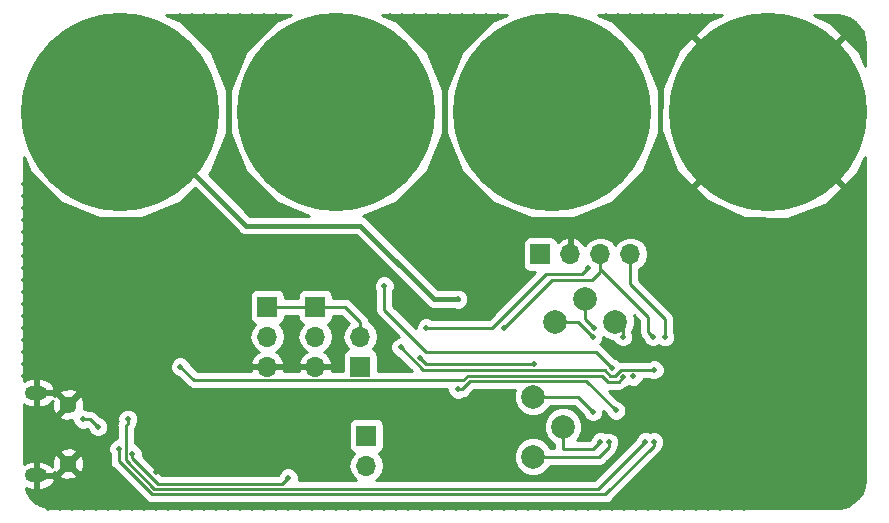
<source format=gbr>
G04 #@! TF.GenerationSoftware,KiCad,Pcbnew,(5.0.1-3-g963ef8bb5)*
G04 #@! TF.CreationDate,2018-11-12T01:28:12+01:00*
G04 #@! TF.ProjectId,MCUmeter,4D43556D657465722E6B696361645F70,rev?*
G04 #@! TF.SameCoordinates,Original*
G04 #@! TF.FileFunction,Copper,L2,Bot,Signal*
G04 #@! TF.FilePolarity,Positive*
%FSLAX46Y46*%
G04 Gerber Fmt 4.6, Leading zero omitted, Abs format (unit mm)*
G04 Created by KiCad (PCBNEW (5.0.1-3-g963ef8bb5)) date 2018 November 12, Monday 01:28:12*
%MOMM*%
%LPD*%
G01*
G04 APERTURE LIST*
G04 #@! TA.AperFunction,ComponentPad*
%ADD10O,1.700000X1.700000*%
G04 #@! TD*
G04 #@! TA.AperFunction,ComponentPad*
%ADD11R,1.700000X1.700000*%
G04 #@! TD*
G04 #@! TA.AperFunction,ComponentPad*
%ADD12C,16.800000*%
G04 #@! TD*
G04 #@! TA.AperFunction,ComponentPad*
%ADD13C,1.450000*%
G04 #@! TD*
G04 #@! TA.AperFunction,ComponentPad*
%ADD14O,1.900000X1.200000*%
G04 #@! TD*
G04 #@! TA.AperFunction,BGAPad,CuDef*
%ADD15C,2.000000*%
G04 #@! TD*
G04 #@! TA.AperFunction,ViaPad*
%ADD16C,0.500000*%
G04 #@! TD*
G04 #@! TA.AperFunction,Conductor*
%ADD17C,0.250000*%
G04 #@! TD*
G04 #@! TA.AperFunction,Conductor*
%ADD18C,0.400000*%
G04 #@! TD*
G04 #@! TA.AperFunction,Conductor*
%ADD19C,0.254000*%
G04 #@! TD*
G04 APERTURE END LIST*
D10*
G04 #@! TO.P,J6,3*
G04 #@! TO.N,GND*
X113030000Y-72390000D03*
G04 #@! TO.P,J6,2*
G04 #@! TO.N,Net-(J6-Pad2)*
X113030000Y-69850000D03*
D11*
G04 #@! TO.P,J6,1*
G04 #@! TO.N,+3V3*
X113030000Y-67310000D03*
G04 #@! TD*
G04 #@! TO.P,J5,1*
G04 #@! TO.N,+3V3*
X108966000Y-67310000D03*
D10*
G04 #@! TO.P,J5,2*
G04 #@! TO.N,Net-(J5-Pad2)*
X108966000Y-69850000D03*
G04 #@! TO.P,J5,3*
G04 #@! TO.N,GND*
X108966000Y-72390000D03*
G04 #@! TD*
D12*
G04 #@! TO.P,H1,1*
G04 #@! TO.N,/HIGH*
X96520000Y-50800000D03*
G04 #@! TD*
G04 #@! TO.P,H2,1*
G04 #@! TO.N,/IN+*
X114808000Y-50800000D03*
G04 #@! TD*
G04 #@! TO.P,H3,1*
G04 #@! TO.N,/IN-*
X133096000Y-50800000D03*
G04 #@! TD*
G04 #@! TO.P,H4,1*
G04 #@! TO.N,GND*
X151384000Y-50800000D03*
G04 #@! TD*
D11*
G04 #@! TO.P,J9,1*
G04 #@! TO.N,Net-(J9-Pad1)*
X117348000Y-78232000D03*
D10*
G04 #@! TO.P,J9,2*
G04 #@! TO.N,/VBUS*
X117348000Y-80772000D03*
G04 #@! TD*
D13*
G04 #@! TO.P,USB,6*
G04 #@! TO.N,GND*
X92108000Y-75605000D03*
X92108000Y-80605000D03*
D14*
X89408000Y-74605000D03*
X89408000Y-81605000D03*
G04 #@! TD*
D15*
G04 #@! TO.P,PA2,1*
G04 #@! TO.N,Net-(TP1-Pad1)*
X138430000Y-68580000D03*
G04 #@! TD*
G04 #@! TO.P,PA3,1*
G04 #@! TO.N,Net-(TP2-Pad1)*
X135890000Y-66675000D03*
G04 #@! TD*
G04 #@! TO.P,PA4,1*
G04 #@! TO.N,Net-(TP3-Pad1)*
X133350000Y-68580000D03*
G04 #@! TD*
G04 #@! TO.P,PA5,1*
G04 #@! TO.N,Net-(TP4-Pad1)*
X131445000Y-74930000D03*
G04 #@! TD*
G04 #@! TO.P,PA6,1*
G04 #@! TO.N,Net-(TP5-Pad1)*
X133985000Y-77470000D03*
G04 #@! TD*
G04 #@! TO.P,PA7,1*
G04 #@! TO.N,Net-(TP6-Pad1)*
X131445000Y-80010000D03*
G04 #@! TD*
D11*
G04 #@! TO.P,DISPLAY,1*
G04 #@! TO.N,+3V3*
X132080000Y-62865000D03*
D10*
G04 #@! TO.P,DISPLAY,2*
G04 #@! TO.N,GND*
X134620000Y-62865000D03*
G04 #@! TO.P,DISPLAY,3*
G04 #@! TO.N,/SCL*
X137160000Y-62865000D03*
G04 #@! TO.P,DISPLAY,4*
G04 #@! TO.N,/SDA*
X139700000Y-62865000D03*
G04 #@! TD*
D11*
G04 #@! TO.P,BOOT,1*
G04 #@! TO.N,Net-(J3-Pad1)*
X116840000Y-72390000D03*
D10*
G04 #@! TO.P,BOOT,2*
G04 #@! TO.N,+3V3*
X116840000Y-69850000D03*
G04 #@! TD*
D16*
G04 #@! TO.N,GND*
X139065000Y-78740000D03*
X100330000Y-77470000D03*
X123190000Y-68158000D03*
X123825000Y-68158000D03*
X124460000Y-68158000D03*
X125095000Y-68158000D03*
X125730000Y-68158000D03*
X112776008Y-79756000D03*
X159512000Y-59944000D03*
X159512000Y-60960000D03*
X159512000Y-61976000D03*
X159512000Y-62992000D03*
X159512000Y-64008000D03*
X159512000Y-65024000D03*
X159512000Y-66040000D03*
X159512000Y-67056000D03*
X159512000Y-68072000D03*
X159512000Y-69088000D03*
X159512000Y-70104000D03*
X159512000Y-71120000D03*
X159512000Y-72136000D03*
X159512000Y-73152000D03*
X159512000Y-74168000D03*
X159512000Y-75184000D03*
X159512000Y-58928000D03*
X149352000Y-84328000D03*
X146304000Y-84328000D03*
X143256000Y-84328000D03*
X140208000Y-84328000D03*
X137160000Y-84328000D03*
X134112000Y-84328000D03*
X131064000Y-84328000D03*
X128016000Y-84328000D03*
X124968000Y-84328000D03*
X121920000Y-84328000D03*
X118872000Y-84328000D03*
X115824000Y-84328000D03*
X112776000Y-84328000D03*
X110744000Y-84328000D03*
X107696000Y-84328000D03*
X104648000Y-84328000D03*
X101600000Y-84328000D03*
X98552000Y-84328000D03*
X95504000Y-84328000D03*
X92456000Y-84328000D03*
X89408000Y-83820000D03*
X88392000Y-73152000D03*
X88392000Y-72136000D03*
X88392000Y-71120000D03*
X88392000Y-70104000D03*
X88392000Y-69088000D03*
X88392000Y-68072000D03*
X88392000Y-67056000D03*
X88392000Y-66040000D03*
X88392000Y-65024000D03*
X88392000Y-64008000D03*
X88392000Y-62992000D03*
X88392000Y-61976000D03*
X88392000Y-60960000D03*
X88392000Y-59944000D03*
X88392000Y-58928000D03*
X88392000Y-57912000D03*
X88392000Y-56896000D03*
X111760000Y-84328000D03*
X113792000Y-84328000D03*
X114808000Y-84328000D03*
X148336000Y-84328000D03*
X147320000Y-84328000D03*
X145288000Y-84328000D03*
X144272000Y-84328000D03*
X142240000Y-84328000D03*
X141224000Y-84328000D03*
X139192000Y-84328000D03*
X138176000Y-84328000D03*
X136144000Y-84328000D03*
X135128000Y-84328000D03*
X133096000Y-84328000D03*
X132080000Y-84328000D03*
X130048000Y-84328000D03*
X129032000Y-84328000D03*
X127000000Y-84328000D03*
X125984000Y-84328000D03*
X123952000Y-84328000D03*
X122936000Y-84328000D03*
X120904000Y-84328000D03*
X119888000Y-84328000D03*
X117856000Y-84328000D03*
X116840000Y-84328000D03*
X109728000Y-84328000D03*
X108712000Y-84328000D03*
X106680000Y-84328000D03*
X105664000Y-84328000D03*
X103632000Y-84328000D03*
X102616000Y-84328000D03*
X100584000Y-84328000D03*
X99568000Y-84328000D03*
X97536000Y-84328000D03*
X96520000Y-84328000D03*
X94488000Y-84328000D03*
X93472000Y-84328000D03*
X91440000Y-84328000D03*
X90424000Y-84328000D03*
X120396000Y-81280000D03*
X121412000Y-81280000D03*
X122428000Y-81280000D03*
X123444000Y-81280000D03*
X124460000Y-81280000D03*
X125476000Y-81280000D03*
X126492000Y-81280000D03*
X127508000Y-81280000D03*
X128524000Y-81280000D03*
X99568000Y-81280000D03*
X107696000Y-81466990D03*
X108712000Y-81466990D03*
X101600000Y-81466990D03*
X109728000Y-81466990D03*
X105664000Y-81466990D03*
X103632000Y-81466990D03*
X104648000Y-81466990D03*
X102616000Y-81466990D03*
X106680000Y-81466990D03*
X100584000Y-81466990D03*
X159512000Y-57912000D03*
X101600000Y-42672000D03*
X102616000Y-42672000D03*
X103632000Y-42672000D03*
X104648000Y-42672000D03*
X105664000Y-42672000D03*
X106680000Y-42672000D03*
X107696000Y-42672000D03*
X108712000Y-42672000D03*
X109728000Y-42672000D03*
X119380000Y-42672000D03*
X120396000Y-42672000D03*
X121412000Y-42672000D03*
X122428000Y-42672000D03*
X123444000Y-42672000D03*
X124460000Y-42672000D03*
X125476000Y-42672000D03*
X126492000Y-42672000D03*
X127508000Y-42672000D03*
X128524000Y-42672000D03*
X137668000Y-42672000D03*
X138684000Y-42672000D03*
X139700000Y-42672000D03*
X140716000Y-42672000D03*
X141732000Y-42672000D03*
X142748000Y-42672000D03*
X143764000Y-42672000D03*
X144780000Y-42672000D03*
X145796000Y-42672000D03*
X146812000Y-42672000D03*
X105156000Y-62484000D03*
X106172000Y-62484000D03*
X107188000Y-62484000D03*
X108204000Y-62484000D03*
X109220000Y-62484000D03*
X110236000Y-62484000D03*
X111252000Y-62484000D03*
X112268000Y-62484000D03*
X113284000Y-62484000D03*
X114300000Y-62484000D03*
G04 #@! TO.N,/VBUS*
X94615000Y-77470000D03*
X93345000Y-76835000D03*
X110744000Y-81788000D03*
X97536000Y-79755998D03*
G04 #@! TO.N,+3V3*
X139959043Y-73219010D03*
X121920000Y-71628000D03*
X131572000Y-72129957D03*
G04 #@! TO.N,/HIGH*
X125095000Y-66675000D03*
G04 #@! TO.N,Net-(D1-Pad2)*
X138176000Y-72520002D03*
X118872000Y-65532000D03*
G04 #@! TO.N,/SCL*
X141605000Y-69850000D03*
X129032000Y-69088000D03*
G04 #@! TO.N,/SDA*
X142622986Y-69857333D03*
X122428000Y-69088000D03*
X136144000Y-64007990D03*
G04 #@! TO.N,Net-(J3-Pad1)*
X141732000Y-72644000D03*
X120243406Y-70764594D03*
G04 #@! TO.N,/USB_DM*
X140970000Y-78740000D03*
X97155000Y-76835000D03*
G04 #@! TO.N,/USB_DP*
X141670013Y-78740000D03*
X96385989Y-79339943D03*
G04 #@! TO.N,Net-(SW1-Pad1)*
X101600000Y-72390000D03*
X139062641Y-73297552D03*
G04 #@! TO.N,Net-(TP1-Pad1)*
X139065000Y-69850000D03*
G04 #@! TO.N,Net-(TP2-Pad1)*
X136581587Y-69093400D03*
G04 #@! TO.N,Net-(TP3-Pad1)*
X136525000Y-69850000D03*
G04 #@! TO.N,Net-(TP4-Pad1)*
X136525000Y-76200000D03*
G04 #@! TO.N,Net-(TP5-Pad1)*
X137160000Y-78740000D03*
G04 #@! TO.N,Net-(TP6-Pad1)*
X137892478Y-78809815D03*
G04 #@! TO.N,/ALERT*
X138469370Y-76103088D03*
X125095000Y-74295000D03*
G04 #@! TD*
D17*
G04 #@! TO.N,/VBUS*
X93980000Y-76835000D02*
X93345000Y-76835000D01*
X94615000Y-77470000D02*
X93980000Y-76835000D01*
X110236000Y-82296000D02*
X99722449Y-82296000D01*
X99722449Y-82296000D02*
X97536000Y-80109551D01*
X97536000Y-80109551D02*
X97536000Y-79755998D01*
X110744000Y-81788000D02*
X110236000Y-82296000D01*
G04 #@! TO.N,+3V3*
X122421957Y-72129957D02*
X131572000Y-72129957D01*
X121920000Y-71628000D02*
X122421957Y-72129957D01*
X114130000Y-67310000D02*
X113030000Y-67310000D01*
X115502081Y-67310000D02*
X114130000Y-67310000D01*
X116840000Y-68647919D02*
X115502081Y-67310000D01*
X116840000Y-69850000D02*
X116840000Y-68647919D01*
X113030000Y-67310000D02*
X108966000Y-67310000D01*
D18*
G04 #@! TO.N,/HIGH*
X125095000Y-66675000D02*
X123063000Y-66675000D01*
X97536000Y-50800000D02*
X96520000Y-50800000D01*
X107188000Y-60452000D02*
X97536000Y-50800000D01*
X116840000Y-60452000D02*
X107188000Y-60452000D01*
X123063000Y-66675000D02*
X116840000Y-60452000D01*
D17*
G04 #@! TO.N,Net-(D1-Pad2)*
X118872000Y-67564000D02*
X118872000Y-65885553D01*
X122428000Y-71120000D02*
X118872000Y-67564000D01*
X118872000Y-65885553D02*
X118872000Y-65532000D01*
X136775998Y-71120000D02*
X122428000Y-71120000D01*
X138176000Y-72520002D02*
X136775998Y-71120000D01*
G04 #@! TO.N,/SCL*
X141205001Y-68180001D02*
X141205001Y-69450001D01*
X137160000Y-64135000D02*
X141205001Y-68180001D01*
X141205001Y-69450001D02*
X141605000Y-69850000D01*
X137160000Y-62865000D02*
X137160000Y-64135000D01*
X136420001Y-65091001D02*
X133028999Y-65091001D01*
X137160000Y-64351002D02*
X136420001Y-65091001D01*
X133028999Y-65091001D02*
X129032000Y-69088000D01*
X137160000Y-62865000D02*
X137160000Y-64351002D01*
G04 #@! TO.N,/SDA*
X142622986Y-68327986D02*
X142622986Y-69857333D01*
X139700000Y-65405000D02*
X142622986Y-68327986D01*
X139700000Y-62865000D02*
X139700000Y-65405000D01*
X122428000Y-69088000D02*
X128016000Y-69088000D01*
X135894001Y-64257989D02*
X136144000Y-64007990D01*
X128016000Y-69088000D02*
X132588000Y-64516000D01*
X132588000Y-64516000D02*
X135635990Y-64516000D01*
X135635990Y-64516000D02*
X135894001Y-64257989D01*
G04 #@! TO.N,Net-(J3-Pad1)*
X137509972Y-72704977D02*
X122183789Y-72704977D01*
X122183789Y-72704977D02*
X120243406Y-70764594D01*
X141732000Y-72644000D02*
X138903006Y-72644000D01*
X138395006Y-73152000D02*
X137956995Y-73152000D01*
X137956995Y-73152000D02*
X137509972Y-72704977D01*
X138903006Y-72644000D02*
X138395006Y-73152000D01*
G04 #@! TO.N,/USB_DM*
X97155000Y-77188553D02*
X97155000Y-76835000D01*
X99381600Y-82746011D02*
X96960992Y-80325403D01*
X136963989Y-82746011D02*
X99381600Y-82746011D01*
X140970000Y-78740000D02*
X136963989Y-82746011D01*
X96960992Y-77382561D02*
X97155000Y-77188553D01*
X96960992Y-80325403D02*
X96960992Y-77382561D01*
G04 #@! TO.N,/USB_DP*
X137567544Y-83196022D02*
X99195200Y-83196022D01*
X141670013Y-79093553D02*
X137567544Y-83196022D01*
X96385989Y-80386811D02*
X96385989Y-79339943D01*
X141670013Y-78740000D02*
X141670013Y-79093553D01*
X99195200Y-83196022D02*
X96385989Y-80386811D01*
G04 #@! TO.N,Net-(SW1-Pad1)*
X137323572Y-73154988D02*
X137828584Y-73660000D01*
X137828584Y-73660000D02*
X138700193Y-73660000D01*
X101600000Y-72390000D02*
X102775001Y-73565001D01*
X138700193Y-73660000D02*
X139062641Y-73297552D01*
X102775001Y-73565001D02*
X125542141Y-73565001D01*
X125542141Y-73565001D02*
X125952155Y-73154988D01*
X125952155Y-73154988D02*
X137323572Y-73154988D01*
G04 #@! TO.N,Net-(TP1-Pad1)*
X139065000Y-69215000D02*
X138430000Y-68580000D01*
X139065000Y-69850000D02*
X139065000Y-69215000D01*
G04 #@! TO.N,Net-(TP2-Pad1)*
X135890000Y-68401813D02*
X136581587Y-69093400D01*
X135890000Y-66675000D02*
X135890000Y-68401813D01*
G04 #@! TO.N,Net-(TP3-Pad1)*
X135255000Y-68580000D02*
X133350000Y-68580000D01*
X136525000Y-69850000D02*
X135255000Y-68580000D01*
G04 #@! TO.N,Net-(TP4-Pad1)*
X135255000Y-74930000D02*
X131445000Y-74930000D01*
X136525000Y-76200000D02*
X135255000Y-74930000D01*
G04 #@! TO.N,Net-(TP5-Pad1)*
X133985000Y-79375000D02*
X133985000Y-77470000D01*
X136525000Y-79375000D02*
X133985000Y-79375000D01*
X137160000Y-78740000D02*
X136525000Y-79375000D01*
G04 #@! TO.N,Net-(TP6-Pad1)*
X137045846Y-80010000D02*
X137892478Y-79163368D01*
X131445000Y-80010000D02*
X137045846Y-80010000D01*
X137892478Y-79163368D02*
X137892478Y-78809815D01*
G04 #@! TO.N,/ALERT*
X126138555Y-73604999D02*
X125448553Y-74295000D01*
X125448553Y-74295000D02*
X125095000Y-74295000D01*
X138469370Y-76103088D02*
X135971281Y-73604999D01*
X135971281Y-73604999D02*
X126138555Y-73604999D01*
G04 #@! TD*
D19*
G04 #@! TO.N,GND*
G36*
X127978084Y-43140497D02*
X125436497Y-45682084D01*
X124061000Y-49002827D01*
X124061000Y-52597173D01*
X125436497Y-55917916D01*
X127978084Y-58459503D01*
X131298827Y-59835000D01*
X134893173Y-59835000D01*
X138213916Y-58459503D01*
X139382628Y-57290791D01*
X145072814Y-57290791D01*
X146072578Y-58326611D01*
X149357195Y-59786274D01*
X152950374Y-59877859D01*
X156305088Y-58587423D01*
X156695422Y-58326611D01*
X157695186Y-57290791D01*
X151384000Y-50979605D01*
X145072814Y-57290791D01*
X139382628Y-57290791D01*
X140755503Y-55917916D01*
X142131000Y-52597173D01*
X142131000Y-52366374D01*
X142306141Y-52366374D01*
X143596577Y-55721088D01*
X143857389Y-56111422D01*
X144893209Y-57111186D01*
X151204395Y-50800000D01*
X144893209Y-44488814D01*
X143857389Y-45488578D01*
X142397726Y-48773195D01*
X142306141Y-52366374D01*
X142131000Y-52366374D01*
X142131000Y-49002827D01*
X140755503Y-45682084D01*
X138213916Y-43140497D01*
X136957325Y-42620000D01*
X147483485Y-42620000D01*
X146462912Y-43012577D01*
X146072578Y-43273389D01*
X145072814Y-44309209D01*
X151384000Y-50620395D01*
X157695186Y-44309209D01*
X156695422Y-43273389D01*
X155225129Y-42620000D01*
X157172052Y-42620000D01*
X157740253Y-42706851D01*
X158251198Y-42908022D01*
X158704868Y-43217385D01*
X159078729Y-43619576D01*
X159354194Y-44094598D01*
X159521467Y-44631340D01*
X159564000Y-44998941D01*
X159564000Y-46899485D01*
X159171423Y-45878912D01*
X158910611Y-45488578D01*
X157874791Y-44488814D01*
X151563605Y-50800000D01*
X157874791Y-57111186D01*
X158910611Y-56111422D01*
X159564000Y-54641128D01*
X159564001Y-81988046D01*
X159477149Y-82556253D01*
X159275980Y-83067194D01*
X158966614Y-83520868D01*
X158564424Y-83894729D01*
X158089401Y-84170195D01*
X157552660Y-84337467D01*
X157185059Y-84380000D01*
X90844693Y-84380000D01*
X90259870Y-84314401D01*
X89741835Y-84134003D01*
X89276636Y-83843315D01*
X88887403Y-83456790D01*
X88593475Y-82993633D01*
X88490444Y-82704287D01*
X88931000Y-82840000D01*
X89281000Y-82840000D01*
X89281000Y-81732000D01*
X89535000Y-81732000D01*
X89535000Y-82840000D01*
X89885000Y-82840000D01*
X90347947Y-82697390D01*
X90721080Y-82388474D01*
X90947592Y-81960281D01*
X90951462Y-81922609D01*
X90826731Y-81732000D01*
X89535000Y-81732000D01*
X89281000Y-81732000D01*
X89261000Y-81732000D01*
X89261000Y-81558398D01*
X91334207Y-81558398D01*
X91399122Y-81796753D01*
X91909146Y-81977312D01*
X92449444Y-81948949D01*
X92816878Y-81796753D01*
X92881793Y-81558398D01*
X92108000Y-80784605D01*
X91334207Y-81558398D01*
X89261000Y-81558398D01*
X89261000Y-81478000D01*
X89281000Y-81478000D01*
X89281000Y-80370000D01*
X89535000Y-80370000D01*
X89535000Y-81478000D01*
X90826731Y-81478000D01*
X90931424Y-81318012D01*
X91154602Y-81378793D01*
X91928395Y-80605000D01*
X92287605Y-80605000D01*
X93061398Y-81378793D01*
X93299753Y-81313878D01*
X93480312Y-80803854D01*
X93451949Y-80263556D01*
X93299753Y-79896122D01*
X93061398Y-79831207D01*
X92287605Y-80605000D01*
X91928395Y-80605000D01*
X91154602Y-79831207D01*
X90916247Y-79896122D01*
X90735688Y-80406146D01*
X90761505Y-80897945D01*
X90721080Y-80821526D01*
X90347947Y-80512610D01*
X89885000Y-80370000D01*
X89535000Y-80370000D01*
X89281000Y-80370000D01*
X88931000Y-80370000D01*
X88468053Y-80512610D01*
X88340000Y-80618625D01*
X88340000Y-79651602D01*
X91334207Y-79651602D01*
X92108000Y-80425395D01*
X92881793Y-79651602D01*
X92816878Y-79413247D01*
X92306854Y-79232688D01*
X91766556Y-79261051D01*
X91399122Y-79413247D01*
X91334207Y-79651602D01*
X88340000Y-79651602D01*
X88340000Y-79163906D01*
X95500989Y-79163906D01*
X95500989Y-79515980D01*
X95625990Y-79817759D01*
X95625989Y-80311963D01*
X95611101Y-80386811D01*
X95625989Y-80461658D01*
X95625989Y-80461662D01*
X95670085Y-80683347D01*
X95838060Y-80934740D01*
X95901519Y-80977142D01*
X98604873Y-83680498D01*
X98647271Y-83743951D01*
X98710724Y-83786349D01*
X98710726Y-83786351D01*
X98776429Y-83830252D01*
X98898663Y-83911926D01*
X99120348Y-83956022D01*
X99120352Y-83956022D01*
X99195199Y-83970910D01*
X99270046Y-83956022D01*
X137492697Y-83956022D01*
X137567544Y-83970910D01*
X137642391Y-83956022D01*
X137642396Y-83956022D01*
X137864081Y-83911926D01*
X138115473Y-83743951D01*
X138157875Y-83680492D01*
X142154489Y-79683880D01*
X142217942Y-79641482D01*
X142260340Y-79578029D01*
X142260342Y-79578027D01*
X142370444Y-79413247D01*
X142385917Y-79390090D01*
X142414327Y-79247265D01*
X142420280Y-79241312D01*
X142555013Y-78916037D01*
X142555013Y-78563963D01*
X142420280Y-78238688D01*
X142171325Y-77989733D01*
X141846050Y-77855000D01*
X141493976Y-77855000D01*
X141320007Y-77927060D01*
X141146037Y-77855000D01*
X140793963Y-77855000D01*
X140468688Y-77989733D01*
X140219733Y-78238688D01*
X140094733Y-78540465D01*
X136649188Y-81986011D01*
X118204033Y-81986011D01*
X118418625Y-81842625D01*
X118746839Y-81351418D01*
X118862092Y-80772000D01*
X118746839Y-80192582D01*
X118418625Y-79701375D01*
X118400381Y-79689184D01*
X118422532Y-79684778D01*
X129810000Y-79684778D01*
X129810000Y-80335222D01*
X130058914Y-80936153D01*
X130518847Y-81396086D01*
X131119778Y-81645000D01*
X131770222Y-81645000D01*
X132371153Y-81396086D01*
X132831086Y-80936153D01*
X132899909Y-80770000D01*
X136970999Y-80770000D01*
X137045846Y-80784888D01*
X137120693Y-80770000D01*
X137120698Y-80770000D01*
X137342383Y-80725904D01*
X137593775Y-80557929D01*
X137636177Y-80494471D01*
X138376954Y-79753695D01*
X138440407Y-79711297D01*
X138482805Y-79647844D01*
X138482807Y-79647842D01*
X138588095Y-79490267D01*
X138608382Y-79459905D01*
X138636792Y-79317080D01*
X138642745Y-79311127D01*
X138777478Y-78985852D01*
X138777478Y-78633778D01*
X138642745Y-78308503D01*
X138393790Y-78059548D01*
X138068515Y-77924815D01*
X137716441Y-77924815D01*
X137610513Y-77968692D01*
X137336037Y-77855000D01*
X136983963Y-77855000D01*
X136658688Y-77989733D01*
X136409733Y-78238688D01*
X136284733Y-78540466D01*
X136210199Y-78615000D01*
X135152239Y-78615000D01*
X135371086Y-78396153D01*
X135620000Y-77795222D01*
X135620000Y-77144778D01*
X135371086Y-76543847D01*
X134911153Y-76083914D01*
X134310222Y-75835000D01*
X133659778Y-75835000D01*
X133058847Y-76083914D01*
X132598914Y-76543847D01*
X132350000Y-77144778D01*
X132350000Y-77795222D01*
X132598914Y-78396153D01*
X133058847Y-78856086D01*
X133225000Y-78924909D01*
X133225000Y-79250000D01*
X132899909Y-79250000D01*
X132831086Y-79083847D01*
X132371153Y-78623914D01*
X131770222Y-78375000D01*
X131119778Y-78375000D01*
X130518847Y-78623914D01*
X130058914Y-79083847D01*
X129810000Y-79684778D01*
X118422532Y-79684778D01*
X118445765Y-79680157D01*
X118655809Y-79539809D01*
X118796157Y-79329765D01*
X118845440Y-79082000D01*
X118845440Y-77382000D01*
X118796157Y-77134235D01*
X118655809Y-76924191D01*
X118445765Y-76783843D01*
X118198000Y-76734560D01*
X116498000Y-76734560D01*
X116250235Y-76783843D01*
X116040191Y-76924191D01*
X115899843Y-77134235D01*
X115850560Y-77382000D01*
X115850560Y-79082000D01*
X115899843Y-79329765D01*
X116040191Y-79539809D01*
X116250235Y-79680157D01*
X116295619Y-79689184D01*
X116277375Y-79701375D01*
X115949161Y-80192582D01*
X115833908Y-80772000D01*
X115949161Y-81351418D01*
X116277375Y-81842625D01*
X116491967Y-81986011D01*
X111619898Y-81986011D01*
X111629000Y-81964037D01*
X111629000Y-81611963D01*
X111494267Y-81286688D01*
X111245312Y-81037733D01*
X110920037Y-80903000D01*
X110567963Y-80903000D01*
X110242688Y-81037733D01*
X109993733Y-81286688D01*
X109890465Y-81536000D01*
X100037251Y-81536000D01*
X98421000Y-79919750D01*
X98421000Y-79579961D01*
X98286267Y-79254686D01*
X98037312Y-79005731D01*
X97720992Y-78874707D01*
X97720992Y-77709449D01*
X97870904Y-77485090D01*
X97899314Y-77342265D01*
X97905267Y-77336312D01*
X98040000Y-77011037D01*
X98040000Y-76658963D01*
X97905267Y-76333688D01*
X97656312Y-76084733D01*
X97331037Y-75950000D01*
X96978963Y-75950000D01*
X96653688Y-76084733D01*
X96404733Y-76333688D01*
X96270000Y-76658963D01*
X96270000Y-77011037D01*
X96279641Y-77034313D01*
X96245089Y-77086024D01*
X96186104Y-77382561D01*
X96200993Y-77457413D01*
X96200993Y-78458654D01*
X95884677Y-78589676D01*
X95635722Y-78838631D01*
X95500989Y-79163906D01*
X88340000Y-79163906D01*
X88340000Y-76558398D01*
X91334207Y-76558398D01*
X91399122Y-76796753D01*
X91909146Y-76977312D01*
X92449444Y-76948949D01*
X92460000Y-76944577D01*
X92460000Y-77011037D01*
X92594733Y-77336312D01*
X92843688Y-77585267D01*
X93168963Y-77720000D01*
X93521037Y-77720000D01*
X93711363Y-77641165D01*
X93739733Y-77669534D01*
X93864733Y-77971312D01*
X94113688Y-78220267D01*
X94438963Y-78355000D01*
X94791037Y-78355000D01*
X95116312Y-78220267D01*
X95365267Y-77971312D01*
X95500000Y-77646037D01*
X95500000Y-77293963D01*
X95365267Y-76968688D01*
X95116312Y-76719733D01*
X94814534Y-76594733D01*
X94570331Y-76350530D01*
X94527929Y-76287071D01*
X94276537Y-76119096D01*
X94054852Y-76075000D01*
X94054847Y-76075000D01*
X93980000Y-76060112D01*
X93905153Y-76075000D01*
X93822814Y-76075000D01*
X93521037Y-75950000D01*
X93428573Y-75950000D01*
X93480312Y-75803854D01*
X93451949Y-75263556D01*
X93299753Y-74896122D01*
X93061398Y-74831207D01*
X92287605Y-75605000D01*
X92301748Y-75619143D01*
X92122143Y-75798748D01*
X92108000Y-75784605D01*
X91334207Y-76558398D01*
X88340000Y-76558398D01*
X88340000Y-75591375D01*
X88468053Y-75697390D01*
X88931000Y-75840000D01*
X89281000Y-75840000D01*
X89281000Y-74732000D01*
X89535000Y-74732000D01*
X89535000Y-75840000D01*
X89885000Y-75840000D01*
X90347947Y-75697390D01*
X90721080Y-75388474D01*
X90784158Y-75269232D01*
X90735688Y-75406146D01*
X90764051Y-75946444D01*
X90916247Y-76313878D01*
X91154602Y-76378793D01*
X91928395Y-75605000D01*
X91154602Y-74831207D01*
X90931424Y-74891988D01*
X90826731Y-74732000D01*
X89535000Y-74732000D01*
X89281000Y-74732000D01*
X89261000Y-74732000D01*
X89261000Y-74651602D01*
X91334207Y-74651602D01*
X92108000Y-75425395D01*
X92881793Y-74651602D01*
X92816878Y-74413247D01*
X92306854Y-74232688D01*
X91766556Y-74261051D01*
X91399122Y-74413247D01*
X91334207Y-74651602D01*
X89261000Y-74651602D01*
X89261000Y-74478000D01*
X89281000Y-74478000D01*
X89281000Y-73370000D01*
X89535000Y-73370000D01*
X89535000Y-74478000D01*
X90826731Y-74478000D01*
X90951462Y-74287391D01*
X90947592Y-74249719D01*
X90721080Y-73821526D01*
X90347947Y-73512610D01*
X89885000Y-73370000D01*
X89535000Y-73370000D01*
X89281000Y-73370000D01*
X88931000Y-73370000D01*
X88468053Y-73512610D01*
X88340000Y-73618625D01*
X88340000Y-72213963D01*
X100715000Y-72213963D01*
X100715000Y-72566037D01*
X100849733Y-72891312D01*
X101098688Y-73140267D01*
X101400465Y-73265267D01*
X102184674Y-74049477D01*
X102227072Y-74112930D01*
X102290525Y-74155328D01*
X102290527Y-74155330D01*
X102378477Y-74214096D01*
X102478464Y-74280905D01*
X102700149Y-74325001D01*
X102700153Y-74325001D01*
X102775000Y-74339889D01*
X102849847Y-74325001D01*
X124210000Y-74325001D01*
X124210000Y-74471037D01*
X124344733Y-74796312D01*
X124593688Y-75045267D01*
X124918963Y-75180000D01*
X125271037Y-75180000D01*
X125596312Y-75045267D01*
X125602265Y-75039314D01*
X125745090Y-75010904D01*
X125996482Y-74842929D01*
X126038883Y-74779471D01*
X126453356Y-74364999D01*
X129909320Y-74364999D01*
X129810000Y-74604778D01*
X129810000Y-75255222D01*
X130058914Y-75856153D01*
X130518847Y-76316086D01*
X131119778Y-76565000D01*
X131770222Y-76565000D01*
X132371153Y-76316086D01*
X132831086Y-75856153D01*
X132899909Y-75690000D01*
X134940199Y-75690000D01*
X135649733Y-76399535D01*
X135774733Y-76701312D01*
X136023688Y-76950267D01*
X136348963Y-77085000D01*
X136701037Y-77085000D01*
X137026312Y-76950267D01*
X137275267Y-76701312D01*
X137410000Y-76376037D01*
X137410000Y-76118521D01*
X137594104Y-76302624D01*
X137719103Y-76604400D01*
X137968058Y-76853355D01*
X138293333Y-76988088D01*
X138645407Y-76988088D01*
X138970682Y-76853355D01*
X139219637Y-76604400D01*
X139354370Y-76279125D01*
X139354370Y-75927051D01*
X139219637Y-75601776D01*
X138970682Y-75352821D01*
X138668906Y-75227822D01*
X137868110Y-74427026D01*
X137903432Y-74420000D01*
X138625346Y-74420000D01*
X138700193Y-74434888D01*
X138775040Y-74420000D01*
X138775045Y-74420000D01*
X138996730Y-74375904D01*
X139248122Y-74207929D01*
X139275181Y-74167432D01*
X139563953Y-74047819D01*
X139588379Y-74023393D01*
X139783006Y-74104010D01*
X140135080Y-74104010D01*
X140460355Y-73969277D01*
X140709310Y-73720322D01*
X140840335Y-73404000D01*
X141254186Y-73404000D01*
X141555963Y-73529000D01*
X141908037Y-73529000D01*
X142233312Y-73394267D01*
X142482267Y-73145312D01*
X142617000Y-72820037D01*
X142617000Y-72467963D01*
X142482267Y-72142688D01*
X142233312Y-71893733D01*
X141908037Y-71759000D01*
X141555963Y-71759000D01*
X141254186Y-71884000D01*
X138977852Y-71884000D01*
X138903005Y-71869112D01*
X138828158Y-71884000D01*
X138828154Y-71884000D01*
X138797646Y-71890069D01*
X138677312Y-71769735D01*
X138375535Y-71644735D01*
X137366329Y-70635530D01*
X137323927Y-70572071D01*
X137162422Y-70464157D01*
X137275267Y-70351312D01*
X137410000Y-70026037D01*
X137410000Y-69872239D01*
X137503847Y-69966086D01*
X138104778Y-70215000D01*
X138258271Y-70215000D01*
X138314733Y-70351312D01*
X138563688Y-70600267D01*
X138888963Y-70735000D01*
X139241037Y-70735000D01*
X139566312Y-70600267D01*
X139815267Y-70351312D01*
X139950000Y-70026037D01*
X139950000Y-69673963D01*
X139848289Y-69428409D01*
X140065000Y-68905222D01*
X140065000Y-68254778D01*
X139966022Y-68015824D01*
X140445001Y-68494803D01*
X140445002Y-69375150D01*
X140430113Y-69450001D01*
X140489098Y-69746538D01*
X140613144Y-69932185D01*
X140657073Y-69997930D01*
X140720529Y-70040330D01*
X140729733Y-70049534D01*
X140854733Y-70351312D01*
X141103688Y-70600267D01*
X141428963Y-70735000D01*
X141781037Y-70735000D01*
X142106312Y-70600267D01*
X142110327Y-70596253D01*
X142121674Y-70607600D01*
X142446949Y-70742333D01*
X142799023Y-70742333D01*
X143124298Y-70607600D01*
X143373253Y-70358645D01*
X143507986Y-70033370D01*
X143507986Y-69681296D01*
X143382986Y-69379519D01*
X143382986Y-68402832D01*
X143397874Y-68327985D01*
X143382986Y-68253138D01*
X143382986Y-68253134D01*
X143338890Y-68031449D01*
X143272450Y-67932015D01*
X143213315Y-67843512D01*
X143213313Y-67843510D01*
X143170915Y-67780057D01*
X143107462Y-67737659D01*
X140460000Y-65090199D01*
X140460000Y-64143178D01*
X140770625Y-63935625D01*
X141098839Y-63444418D01*
X141214092Y-62865000D01*
X141098839Y-62285582D01*
X140770625Y-61794375D01*
X140279418Y-61466161D01*
X139846256Y-61380000D01*
X139553744Y-61380000D01*
X139120582Y-61466161D01*
X138629375Y-61794375D01*
X138430000Y-62092761D01*
X138230625Y-61794375D01*
X137739418Y-61466161D01*
X137306256Y-61380000D01*
X137013744Y-61380000D01*
X136580582Y-61466161D01*
X136089375Y-61794375D01*
X135876157Y-62113478D01*
X135815183Y-61983642D01*
X135386924Y-61593355D01*
X134976890Y-61423524D01*
X134747000Y-61544845D01*
X134747000Y-62738000D01*
X134767000Y-62738000D01*
X134767000Y-62992000D01*
X134747000Y-62992000D01*
X134747000Y-63012000D01*
X134493000Y-63012000D01*
X134493000Y-62992000D01*
X134473000Y-62992000D01*
X134473000Y-62738000D01*
X134493000Y-62738000D01*
X134493000Y-61544845D01*
X134263110Y-61423524D01*
X133853076Y-61593355D01*
X133548739Y-61870708D01*
X133528157Y-61767235D01*
X133387809Y-61557191D01*
X133177765Y-61416843D01*
X132930000Y-61367560D01*
X131230000Y-61367560D01*
X130982235Y-61416843D01*
X130772191Y-61557191D01*
X130631843Y-61767235D01*
X130582560Y-62015000D01*
X130582560Y-63715000D01*
X130631843Y-63962765D01*
X130772191Y-64172809D01*
X130982235Y-64313157D01*
X131230000Y-64362440D01*
X131666757Y-64362440D01*
X127701199Y-68328000D01*
X122905814Y-68328000D01*
X122604037Y-68203000D01*
X122251963Y-68203000D01*
X121926688Y-68337733D01*
X121677733Y-68586688D01*
X121543000Y-68911963D01*
X121543000Y-69160198D01*
X119632000Y-67249199D01*
X119632000Y-66009814D01*
X119757000Y-65708037D01*
X119757000Y-65355963D01*
X119622267Y-65030688D01*
X119373312Y-64781733D01*
X119048037Y-64647000D01*
X118695963Y-64647000D01*
X118370688Y-64781733D01*
X118121733Y-65030688D01*
X117987000Y-65355963D01*
X117987000Y-65708037D01*
X118112001Y-66009817D01*
X118112000Y-67489153D01*
X118097112Y-67564000D01*
X118112000Y-67638847D01*
X118112000Y-67638851D01*
X118156096Y-67860536D01*
X118324071Y-68111929D01*
X118387530Y-68154331D01*
X120112792Y-69879594D01*
X120067369Y-69879594D01*
X119742094Y-70014327D01*
X119493139Y-70263282D01*
X119358406Y-70588557D01*
X119358406Y-70940631D01*
X119493139Y-71265906D01*
X119742094Y-71514861D01*
X120043872Y-71639861D01*
X121209011Y-72805001D01*
X118337440Y-72805001D01*
X118337440Y-71540000D01*
X118288157Y-71292235D01*
X118147809Y-71082191D01*
X117937765Y-70941843D01*
X117892381Y-70932816D01*
X117910625Y-70920625D01*
X118238839Y-70429418D01*
X118354092Y-69850000D01*
X118238839Y-69270582D01*
X117910625Y-68779375D01*
X117599714Y-68571631D01*
X117555904Y-68351382D01*
X117387929Y-68099990D01*
X117324473Y-68057590D01*
X116092412Y-66825530D01*
X116050010Y-66762071D01*
X115798618Y-66594096D01*
X115576933Y-66550000D01*
X115576928Y-66550000D01*
X115502081Y-66535112D01*
X115427234Y-66550000D01*
X114527440Y-66550000D01*
X114527440Y-66460000D01*
X114478157Y-66212235D01*
X114337809Y-66002191D01*
X114127765Y-65861843D01*
X113880000Y-65812560D01*
X112180000Y-65812560D01*
X111932235Y-65861843D01*
X111722191Y-66002191D01*
X111581843Y-66212235D01*
X111532560Y-66460000D01*
X111532560Y-66550000D01*
X110463440Y-66550000D01*
X110463440Y-66460000D01*
X110414157Y-66212235D01*
X110273809Y-66002191D01*
X110063765Y-65861843D01*
X109816000Y-65812560D01*
X108116000Y-65812560D01*
X107868235Y-65861843D01*
X107658191Y-66002191D01*
X107517843Y-66212235D01*
X107468560Y-66460000D01*
X107468560Y-68160000D01*
X107517843Y-68407765D01*
X107658191Y-68617809D01*
X107868235Y-68758157D01*
X107913619Y-68767184D01*
X107895375Y-68779375D01*
X107567161Y-69270582D01*
X107451908Y-69850000D01*
X107567161Y-70429418D01*
X107895375Y-70920625D01*
X108214478Y-71133843D01*
X108084642Y-71194817D01*
X107694355Y-71623076D01*
X107524524Y-72033110D01*
X107645845Y-72263000D01*
X108839000Y-72263000D01*
X108839000Y-72243000D01*
X109093000Y-72243000D01*
X109093000Y-72263000D01*
X110286155Y-72263000D01*
X110407476Y-72033110D01*
X110237645Y-71623076D01*
X109847358Y-71194817D01*
X109717522Y-71133843D01*
X110036625Y-70920625D01*
X110364839Y-70429418D01*
X110480092Y-69850000D01*
X110364839Y-69270582D01*
X110036625Y-68779375D01*
X110018381Y-68767184D01*
X110063765Y-68758157D01*
X110273809Y-68617809D01*
X110414157Y-68407765D01*
X110463440Y-68160000D01*
X110463440Y-68070000D01*
X111532560Y-68070000D01*
X111532560Y-68160000D01*
X111581843Y-68407765D01*
X111722191Y-68617809D01*
X111932235Y-68758157D01*
X111977619Y-68767184D01*
X111959375Y-68779375D01*
X111631161Y-69270582D01*
X111515908Y-69850000D01*
X111631161Y-70429418D01*
X111959375Y-70920625D01*
X112278478Y-71133843D01*
X112148642Y-71194817D01*
X111758355Y-71623076D01*
X111588524Y-72033110D01*
X111709845Y-72263000D01*
X112903000Y-72263000D01*
X112903000Y-72243000D01*
X113157000Y-72243000D01*
X113157000Y-72263000D01*
X114350155Y-72263000D01*
X114471476Y-72033110D01*
X114301645Y-71623076D01*
X113911358Y-71194817D01*
X113781522Y-71133843D01*
X114100625Y-70920625D01*
X114428839Y-70429418D01*
X114544092Y-69850000D01*
X114428839Y-69270582D01*
X114100625Y-68779375D01*
X114082381Y-68767184D01*
X114127765Y-68758157D01*
X114337809Y-68617809D01*
X114478157Y-68407765D01*
X114527440Y-68160000D01*
X114527440Y-68070000D01*
X115187280Y-68070000D01*
X115845673Y-68728394D01*
X115769375Y-68779375D01*
X115441161Y-69270582D01*
X115325908Y-69850000D01*
X115441161Y-70429418D01*
X115769375Y-70920625D01*
X115787619Y-70932816D01*
X115742235Y-70941843D01*
X115532191Y-71082191D01*
X115391843Y-71292235D01*
X115342560Y-71540000D01*
X115342560Y-72805001D01*
X114447407Y-72805001D01*
X114471476Y-72746890D01*
X114350155Y-72517000D01*
X113157000Y-72517000D01*
X113157000Y-72537000D01*
X112903000Y-72537000D01*
X112903000Y-72517000D01*
X111709845Y-72517000D01*
X111588524Y-72746890D01*
X111612593Y-72805001D01*
X110383407Y-72805001D01*
X110407476Y-72746890D01*
X110286155Y-72517000D01*
X109093000Y-72517000D01*
X109093000Y-72537000D01*
X108839000Y-72537000D01*
X108839000Y-72517000D01*
X107645845Y-72517000D01*
X107524524Y-72746890D01*
X107548593Y-72805001D01*
X103089804Y-72805001D01*
X102475267Y-72190465D01*
X102350267Y-71888688D01*
X102101312Y-71639733D01*
X101776037Y-71505000D01*
X101423963Y-71505000D01*
X101098688Y-71639733D01*
X100849733Y-71888688D01*
X100715000Y-72213963D01*
X88340000Y-72213963D01*
X88340000Y-54661325D01*
X88860497Y-55917916D01*
X91402084Y-58459503D01*
X94722827Y-59835000D01*
X98317173Y-59835000D01*
X101637916Y-58459503D01*
X102826275Y-57271144D01*
X106539417Y-60984286D01*
X106585999Y-61054001D01*
X106862199Y-61238552D01*
X107105763Y-61287000D01*
X107105766Y-61287000D01*
X107187999Y-61303357D01*
X107270232Y-61287000D01*
X116494133Y-61287000D01*
X122414415Y-67207283D01*
X122460999Y-67277001D01*
X122737199Y-67461552D01*
X122980763Y-67510000D01*
X122980767Y-67510000D01*
X123063000Y-67526357D01*
X123145233Y-67510000D01*
X124798252Y-67510000D01*
X124918963Y-67560000D01*
X125271037Y-67560000D01*
X125596312Y-67425267D01*
X125845267Y-67176312D01*
X125980000Y-66851037D01*
X125980000Y-66498963D01*
X125845267Y-66173688D01*
X125596312Y-65924733D01*
X125271037Y-65790000D01*
X124918963Y-65790000D01*
X124798252Y-65840000D01*
X123408868Y-65840000D01*
X117488587Y-59919720D01*
X117442001Y-59849999D01*
X117165801Y-59665448D01*
X117063591Y-59645117D01*
X119925916Y-58459503D01*
X122467503Y-55917916D01*
X123843000Y-52597173D01*
X123843000Y-49002827D01*
X122467503Y-45682084D01*
X119925916Y-43140497D01*
X118669325Y-42620000D01*
X129234675Y-42620000D01*
X127978084Y-43140497D01*
X127978084Y-43140497D01*
G37*
X127978084Y-43140497D02*
X125436497Y-45682084D01*
X124061000Y-49002827D01*
X124061000Y-52597173D01*
X125436497Y-55917916D01*
X127978084Y-58459503D01*
X131298827Y-59835000D01*
X134893173Y-59835000D01*
X138213916Y-58459503D01*
X139382628Y-57290791D01*
X145072814Y-57290791D01*
X146072578Y-58326611D01*
X149357195Y-59786274D01*
X152950374Y-59877859D01*
X156305088Y-58587423D01*
X156695422Y-58326611D01*
X157695186Y-57290791D01*
X151384000Y-50979605D01*
X145072814Y-57290791D01*
X139382628Y-57290791D01*
X140755503Y-55917916D01*
X142131000Y-52597173D01*
X142131000Y-52366374D01*
X142306141Y-52366374D01*
X143596577Y-55721088D01*
X143857389Y-56111422D01*
X144893209Y-57111186D01*
X151204395Y-50800000D01*
X144893209Y-44488814D01*
X143857389Y-45488578D01*
X142397726Y-48773195D01*
X142306141Y-52366374D01*
X142131000Y-52366374D01*
X142131000Y-49002827D01*
X140755503Y-45682084D01*
X138213916Y-43140497D01*
X136957325Y-42620000D01*
X147483485Y-42620000D01*
X146462912Y-43012577D01*
X146072578Y-43273389D01*
X145072814Y-44309209D01*
X151384000Y-50620395D01*
X157695186Y-44309209D01*
X156695422Y-43273389D01*
X155225129Y-42620000D01*
X157172052Y-42620000D01*
X157740253Y-42706851D01*
X158251198Y-42908022D01*
X158704868Y-43217385D01*
X159078729Y-43619576D01*
X159354194Y-44094598D01*
X159521467Y-44631340D01*
X159564000Y-44998941D01*
X159564000Y-46899485D01*
X159171423Y-45878912D01*
X158910611Y-45488578D01*
X157874791Y-44488814D01*
X151563605Y-50800000D01*
X157874791Y-57111186D01*
X158910611Y-56111422D01*
X159564000Y-54641128D01*
X159564001Y-81988046D01*
X159477149Y-82556253D01*
X159275980Y-83067194D01*
X158966614Y-83520868D01*
X158564424Y-83894729D01*
X158089401Y-84170195D01*
X157552660Y-84337467D01*
X157185059Y-84380000D01*
X90844693Y-84380000D01*
X90259870Y-84314401D01*
X89741835Y-84134003D01*
X89276636Y-83843315D01*
X88887403Y-83456790D01*
X88593475Y-82993633D01*
X88490444Y-82704287D01*
X88931000Y-82840000D01*
X89281000Y-82840000D01*
X89281000Y-81732000D01*
X89535000Y-81732000D01*
X89535000Y-82840000D01*
X89885000Y-82840000D01*
X90347947Y-82697390D01*
X90721080Y-82388474D01*
X90947592Y-81960281D01*
X90951462Y-81922609D01*
X90826731Y-81732000D01*
X89535000Y-81732000D01*
X89281000Y-81732000D01*
X89261000Y-81732000D01*
X89261000Y-81558398D01*
X91334207Y-81558398D01*
X91399122Y-81796753D01*
X91909146Y-81977312D01*
X92449444Y-81948949D01*
X92816878Y-81796753D01*
X92881793Y-81558398D01*
X92108000Y-80784605D01*
X91334207Y-81558398D01*
X89261000Y-81558398D01*
X89261000Y-81478000D01*
X89281000Y-81478000D01*
X89281000Y-80370000D01*
X89535000Y-80370000D01*
X89535000Y-81478000D01*
X90826731Y-81478000D01*
X90931424Y-81318012D01*
X91154602Y-81378793D01*
X91928395Y-80605000D01*
X92287605Y-80605000D01*
X93061398Y-81378793D01*
X93299753Y-81313878D01*
X93480312Y-80803854D01*
X93451949Y-80263556D01*
X93299753Y-79896122D01*
X93061398Y-79831207D01*
X92287605Y-80605000D01*
X91928395Y-80605000D01*
X91154602Y-79831207D01*
X90916247Y-79896122D01*
X90735688Y-80406146D01*
X90761505Y-80897945D01*
X90721080Y-80821526D01*
X90347947Y-80512610D01*
X89885000Y-80370000D01*
X89535000Y-80370000D01*
X89281000Y-80370000D01*
X88931000Y-80370000D01*
X88468053Y-80512610D01*
X88340000Y-80618625D01*
X88340000Y-79651602D01*
X91334207Y-79651602D01*
X92108000Y-80425395D01*
X92881793Y-79651602D01*
X92816878Y-79413247D01*
X92306854Y-79232688D01*
X91766556Y-79261051D01*
X91399122Y-79413247D01*
X91334207Y-79651602D01*
X88340000Y-79651602D01*
X88340000Y-79163906D01*
X95500989Y-79163906D01*
X95500989Y-79515980D01*
X95625990Y-79817759D01*
X95625989Y-80311963D01*
X95611101Y-80386811D01*
X95625989Y-80461658D01*
X95625989Y-80461662D01*
X95670085Y-80683347D01*
X95838060Y-80934740D01*
X95901519Y-80977142D01*
X98604873Y-83680498D01*
X98647271Y-83743951D01*
X98710724Y-83786349D01*
X98710726Y-83786351D01*
X98776429Y-83830252D01*
X98898663Y-83911926D01*
X99120348Y-83956022D01*
X99120352Y-83956022D01*
X99195199Y-83970910D01*
X99270046Y-83956022D01*
X137492697Y-83956022D01*
X137567544Y-83970910D01*
X137642391Y-83956022D01*
X137642396Y-83956022D01*
X137864081Y-83911926D01*
X138115473Y-83743951D01*
X138157875Y-83680492D01*
X142154489Y-79683880D01*
X142217942Y-79641482D01*
X142260340Y-79578029D01*
X142260342Y-79578027D01*
X142370444Y-79413247D01*
X142385917Y-79390090D01*
X142414327Y-79247265D01*
X142420280Y-79241312D01*
X142555013Y-78916037D01*
X142555013Y-78563963D01*
X142420280Y-78238688D01*
X142171325Y-77989733D01*
X141846050Y-77855000D01*
X141493976Y-77855000D01*
X141320007Y-77927060D01*
X141146037Y-77855000D01*
X140793963Y-77855000D01*
X140468688Y-77989733D01*
X140219733Y-78238688D01*
X140094733Y-78540465D01*
X136649188Y-81986011D01*
X118204033Y-81986011D01*
X118418625Y-81842625D01*
X118746839Y-81351418D01*
X118862092Y-80772000D01*
X118746839Y-80192582D01*
X118418625Y-79701375D01*
X118400381Y-79689184D01*
X118422532Y-79684778D01*
X129810000Y-79684778D01*
X129810000Y-80335222D01*
X130058914Y-80936153D01*
X130518847Y-81396086D01*
X131119778Y-81645000D01*
X131770222Y-81645000D01*
X132371153Y-81396086D01*
X132831086Y-80936153D01*
X132899909Y-80770000D01*
X136970999Y-80770000D01*
X137045846Y-80784888D01*
X137120693Y-80770000D01*
X137120698Y-80770000D01*
X137342383Y-80725904D01*
X137593775Y-80557929D01*
X137636177Y-80494471D01*
X138376954Y-79753695D01*
X138440407Y-79711297D01*
X138482805Y-79647844D01*
X138482807Y-79647842D01*
X138588095Y-79490267D01*
X138608382Y-79459905D01*
X138636792Y-79317080D01*
X138642745Y-79311127D01*
X138777478Y-78985852D01*
X138777478Y-78633778D01*
X138642745Y-78308503D01*
X138393790Y-78059548D01*
X138068515Y-77924815D01*
X137716441Y-77924815D01*
X137610513Y-77968692D01*
X137336037Y-77855000D01*
X136983963Y-77855000D01*
X136658688Y-77989733D01*
X136409733Y-78238688D01*
X136284733Y-78540466D01*
X136210199Y-78615000D01*
X135152239Y-78615000D01*
X135371086Y-78396153D01*
X135620000Y-77795222D01*
X135620000Y-77144778D01*
X135371086Y-76543847D01*
X134911153Y-76083914D01*
X134310222Y-75835000D01*
X133659778Y-75835000D01*
X133058847Y-76083914D01*
X132598914Y-76543847D01*
X132350000Y-77144778D01*
X132350000Y-77795222D01*
X132598914Y-78396153D01*
X133058847Y-78856086D01*
X133225000Y-78924909D01*
X133225000Y-79250000D01*
X132899909Y-79250000D01*
X132831086Y-79083847D01*
X132371153Y-78623914D01*
X131770222Y-78375000D01*
X131119778Y-78375000D01*
X130518847Y-78623914D01*
X130058914Y-79083847D01*
X129810000Y-79684778D01*
X118422532Y-79684778D01*
X118445765Y-79680157D01*
X118655809Y-79539809D01*
X118796157Y-79329765D01*
X118845440Y-79082000D01*
X118845440Y-77382000D01*
X118796157Y-77134235D01*
X118655809Y-76924191D01*
X118445765Y-76783843D01*
X118198000Y-76734560D01*
X116498000Y-76734560D01*
X116250235Y-76783843D01*
X116040191Y-76924191D01*
X115899843Y-77134235D01*
X115850560Y-77382000D01*
X115850560Y-79082000D01*
X115899843Y-79329765D01*
X116040191Y-79539809D01*
X116250235Y-79680157D01*
X116295619Y-79689184D01*
X116277375Y-79701375D01*
X115949161Y-80192582D01*
X115833908Y-80772000D01*
X115949161Y-81351418D01*
X116277375Y-81842625D01*
X116491967Y-81986011D01*
X111619898Y-81986011D01*
X111629000Y-81964037D01*
X111629000Y-81611963D01*
X111494267Y-81286688D01*
X111245312Y-81037733D01*
X110920037Y-80903000D01*
X110567963Y-80903000D01*
X110242688Y-81037733D01*
X109993733Y-81286688D01*
X109890465Y-81536000D01*
X100037251Y-81536000D01*
X98421000Y-79919750D01*
X98421000Y-79579961D01*
X98286267Y-79254686D01*
X98037312Y-79005731D01*
X97720992Y-78874707D01*
X97720992Y-77709449D01*
X97870904Y-77485090D01*
X97899314Y-77342265D01*
X97905267Y-77336312D01*
X98040000Y-77011037D01*
X98040000Y-76658963D01*
X97905267Y-76333688D01*
X97656312Y-76084733D01*
X97331037Y-75950000D01*
X96978963Y-75950000D01*
X96653688Y-76084733D01*
X96404733Y-76333688D01*
X96270000Y-76658963D01*
X96270000Y-77011037D01*
X96279641Y-77034313D01*
X96245089Y-77086024D01*
X96186104Y-77382561D01*
X96200993Y-77457413D01*
X96200993Y-78458654D01*
X95884677Y-78589676D01*
X95635722Y-78838631D01*
X95500989Y-79163906D01*
X88340000Y-79163906D01*
X88340000Y-76558398D01*
X91334207Y-76558398D01*
X91399122Y-76796753D01*
X91909146Y-76977312D01*
X92449444Y-76948949D01*
X92460000Y-76944577D01*
X92460000Y-77011037D01*
X92594733Y-77336312D01*
X92843688Y-77585267D01*
X93168963Y-77720000D01*
X93521037Y-77720000D01*
X93711363Y-77641165D01*
X93739733Y-77669534D01*
X93864733Y-77971312D01*
X94113688Y-78220267D01*
X94438963Y-78355000D01*
X94791037Y-78355000D01*
X95116312Y-78220267D01*
X95365267Y-77971312D01*
X95500000Y-77646037D01*
X95500000Y-77293963D01*
X95365267Y-76968688D01*
X95116312Y-76719733D01*
X94814534Y-76594733D01*
X94570331Y-76350530D01*
X94527929Y-76287071D01*
X94276537Y-76119096D01*
X94054852Y-76075000D01*
X94054847Y-76075000D01*
X93980000Y-76060112D01*
X93905153Y-76075000D01*
X93822814Y-76075000D01*
X93521037Y-75950000D01*
X93428573Y-75950000D01*
X93480312Y-75803854D01*
X93451949Y-75263556D01*
X93299753Y-74896122D01*
X93061398Y-74831207D01*
X92287605Y-75605000D01*
X92301748Y-75619143D01*
X92122143Y-75798748D01*
X92108000Y-75784605D01*
X91334207Y-76558398D01*
X88340000Y-76558398D01*
X88340000Y-75591375D01*
X88468053Y-75697390D01*
X88931000Y-75840000D01*
X89281000Y-75840000D01*
X89281000Y-74732000D01*
X89535000Y-74732000D01*
X89535000Y-75840000D01*
X89885000Y-75840000D01*
X90347947Y-75697390D01*
X90721080Y-75388474D01*
X90784158Y-75269232D01*
X90735688Y-75406146D01*
X90764051Y-75946444D01*
X90916247Y-76313878D01*
X91154602Y-76378793D01*
X91928395Y-75605000D01*
X91154602Y-74831207D01*
X90931424Y-74891988D01*
X90826731Y-74732000D01*
X89535000Y-74732000D01*
X89281000Y-74732000D01*
X89261000Y-74732000D01*
X89261000Y-74651602D01*
X91334207Y-74651602D01*
X92108000Y-75425395D01*
X92881793Y-74651602D01*
X92816878Y-74413247D01*
X92306854Y-74232688D01*
X91766556Y-74261051D01*
X91399122Y-74413247D01*
X91334207Y-74651602D01*
X89261000Y-74651602D01*
X89261000Y-74478000D01*
X89281000Y-74478000D01*
X89281000Y-73370000D01*
X89535000Y-73370000D01*
X89535000Y-74478000D01*
X90826731Y-74478000D01*
X90951462Y-74287391D01*
X90947592Y-74249719D01*
X90721080Y-73821526D01*
X90347947Y-73512610D01*
X89885000Y-73370000D01*
X89535000Y-73370000D01*
X89281000Y-73370000D01*
X88931000Y-73370000D01*
X88468053Y-73512610D01*
X88340000Y-73618625D01*
X88340000Y-72213963D01*
X100715000Y-72213963D01*
X100715000Y-72566037D01*
X100849733Y-72891312D01*
X101098688Y-73140267D01*
X101400465Y-73265267D01*
X102184674Y-74049477D01*
X102227072Y-74112930D01*
X102290525Y-74155328D01*
X102290527Y-74155330D01*
X102378477Y-74214096D01*
X102478464Y-74280905D01*
X102700149Y-74325001D01*
X102700153Y-74325001D01*
X102775000Y-74339889D01*
X102849847Y-74325001D01*
X124210000Y-74325001D01*
X124210000Y-74471037D01*
X124344733Y-74796312D01*
X124593688Y-75045267D01*
X124918963Y-75180000D01*
X125271037Y-75180000D01*
X125596312Y-75045267D01*
X125602265Y-75039314D01*
X125745090Y-75010904D01*
X125996482Y-74842929D01*
X126038883Y-74779471D01*
X126453356Y-74364999D01*
X129909320Y-74364999D01*
X129810000Y-74604778D01*
X129810000Y-75255222D01*
X130058914Y-75856153D01*
X130518847Y-76316086D01*
X131119778Y-76565000D01*
X131770222Y-76565000D01*
X132371153Y-76316086D01*
X132831086Y-75856153D01*
X132899909Y-75690000D01*
X134940199Y-75690000D01*
X135649733Y-76399535D01*
X135774733Y-76701312D01*
X136023688Y-76950267D01*
X136348963Y-77085000D01*
X136701037Y-77085000D01*
X137026312Y-76950267D01*
X137275267Y-76701312D01*
X137410000Y-76376037D01*
X137410000Y-76118521D01*
X137594104Y-76302624D01*
X137719103Y-76604400D01*
X137968058Y-76853355D01*
X138293333Y-76988088D01*
X138645407Y-76988088D01*
X138970682Y-76853355D01*
X139219637Y-76604400D01*
X139354370Y-76279125D01*
X139354370Y-75927051D01*
X139219637Y-75601776D01*
X138970682Y-75352821D01*
X138668906Y-75227822D01*
X137868110Y-74427026D01*
X137903432Y-74420000D01*
X138625346Y-74420000D01*
X138700193Y-74434888D01*
X138775040Y-74420000D01*
X138775045Y-74420000D01*
X138996730Y-74375904D01*
X139248122Y-74207929D01*
X139275181Y-74167432D01*
X139563953Y-74047819D01*
X139588379Y-74023393D01*
X139783006Y-74104010D01*
X140135080Y-74104010D01*
X140460355Y-73969277D01*
X140709310Y-73720322D01*
X140840335Y-73404000D01*
X141254186Y-73404000D01*
X141555963Y-73529000D01*
X141908037Y-73529000D01*
X142233312Y-73394267D01*
X142482267Y-73145312D01*
X142617000Y-72820037D01*
X142617000Y-72467963D01*
X142482267Y-72142688D01*
X142233312Y-71893733D01*
X141908037Y-71759000D01*
X141555963Y-71759000D01*
X141254186Y-71884000D01*
X138977852Y-71884000D01*
X138903005Y-71869112D01*
X138828158Y-71884000D01*
X138828154Y-71884000D01*
X138797646Y-71890069D01*
X138677312Y-71769735D01*
X138375535Y-71644735D01*
X137366329Y-70635530D01*
X137323927Y-70572071D01*
X137162422Y-70464157D01*
X137275267Y-70351312D01*
X137410000Y-70026037D01*
X137410000Y-69872239D01*
X137503847Y-69966086D01*
X138104778Y-70215000D01*
X138258271Y-70215000D01*
X138314733Y-70351312D01*
X138563688Y-70600267D01*
X138888963Y-70735000D01*
X139241037Y-70735000D01*
X139566312Y-70600267D01*
X139815267Y-70351312D01*
X139950000Y-70026037D01*
X139950000Y-69673963D01*
X139848289Y-69428409D01*
X140065000Y-68905222D01*
X140065000Y-68254778D01*
X139966022Y-68015824D01*
X140445001Y-68494803D01*
X140445002Y-69375150D01*
X140430113Y-69450001D01*
X140489098Y-69746538D01*
X140613144Y-69932185D01*
X140657073Y-69997930D01*
X140720529Y-70040330D01*
X140729733Y-70049534D01*
X140854733Y-70351312D01*
X141103688Y-70600267D01*
X141428963Y-70735000D01*
X141781037Y-70735000D01*
X142106312Y-70600267D01*
X142110327Y-70596253D01*
X142121674Y-70607600D01*
X142446949Y-70742333D01*
X142799023Y-70742333D01*
X143124298Y-70607600D01*
X143373253Y-70358645D01*
X143507986Y-70033370D01*
X143507986Y-69681296D01*
X143382986Y-69379519D01*
X143382986Y-68402832D01*
X143397874Y-68327985D01*
X143382986Y-68253138D01*
X143382986Y-68253134D01*
X143338890Y-68031449D01*
X143272450Y-67932015D01*
X143213315Y-67843512D01*
X143213313Y-67843510D01*
X143170915Y-67780057D01*
X143107462Y-67737659D01*
X140460000Y-65090199D01*
X140460000Y-64143178D01*
X140770625Y-63935625D01*
X141098839Y-63444418D01*
X141214092Y-62865000D01*
X141098839Y-62285582D01*
X140770625Y-61794375D01*
X140279418Y-61466161D01*
X139846256Y-61380000D01*
X139553744Y-61380000D01*
X139120582Y-61466161D01*
X138629375Y-61794375D01*
X138430000Y-62092761D01*
X138230625Y-61794375D01*
X137739418Y-61466161D01*
X137306256Y-61380000D01*
X137013744Y-61380000D01*
X136580582Y-61466161D01*
X136089375Y-61794375D01*
X135876157Y-62113478D01*
X135815183Y-61983642D01*
X135386924Y-61593355D01*
X134976890Y-61423524D01*
X134747000Y-61544845D01*
X134747000Y-62738000D01*
X134767000Y-62738000D01*
X134767000Y-62992000D01*
X134747000Y-62992000D01*
X134747000Y-63012000D01*
X134493000Y-63012000D01*
X134493000Y-62992000D01*
X134473000Y-62992000D01*
X134473000Y-62738000D01*
X134493000Y-62738000D01*
X134493000Y-61544845D01*
X134263110Y-61423524D01*
X133853076Y-61593355D01*
X133548739Y-61870708D01*
X133528157Y-61767235D01*
X133387809Y-61557191D01*
X133177765Y-61416843D01*
X132930000Y-61367560D01*
X131230000Y-61367560D01*
X130982235Y-61416843D01*
X130772191Y-61557191D01*
X130631843Y-61767235D01*
X130582560Y-62015000D01*
X130582560Y-63715000D01*
X130631843Y-63962765D01*
X130772191Y-64172809D01*
X130982235Y-64313157D01*
X131230000Y-64362440D01*
X131666757Y-64362440D01*
X127701199Y-68328000D01*
X122905814Y-68328000D01*
X122604037Y-68203000D01*
X122251963Y-68203000D01*
X121926688Y-68337733D01*
X121677733Y-68586688D01*
X121543000Y-68911963D01*
X121543000Y-69160198D01*
X119632000Y-67249199D01*
X119632000Y-66009814D01*
X119757000Y-65708037D01*
X119757000Y-65355963D01*
X119622267Y-65030688D01*
X119373312Y-64781733D01*
X119048037Y-64647000D01*
X118695963Y-64647000D01*
X118370688Y-64781733D01*
X118121733Y-65030688D01*
X117987000Y-65355963D01*
X117987000Y-65708037D01*
X118112001Y-66009817D01*
X118112000Y-67489153D01*
X118097112Y-67564000D01*
X118112000Y-67638847D01*
X118112000Y-67638851D01*
X118156096Y-67860536D01*
X118324071Y-68111929D01*
X118387530Y-68154331D01*
X120112792Y-69879594D01*
X120067369Y-69879594D01*
X119742094Y-70014327D01*
X119493139Y-70263282D01*
X119358406Y-70588557D01*
X119358406Y-70940631D01*
X119493139Y-71265906D01*
X119742094Y-71514861D01*
X120043872Y-71639861D01*
X121209011Y-72805001D01*
X118337440Y-72805001D01*
X118337440Y-71540000D01*
X118288157Y-71292235D01*
X118147809Y-71082191D01*
X117937765Y-70941843D01*
X117892381Y-70932816D01*
X117910625Y-70920625D01*
X118238839Y-70429418D01*
X118354092Y-69850000D01*
X118238839Y-69270582D01*
X117910625Y-68779375D01*
X117599714Y-68571631D01*
X117555904Y-68351382D01*
X117387929Y-68099990D01*
X117324473Y-68057590D01*
X116092412Y-66825530D01*
X116050010Y-66762071D01*
X115798618Y-66594096D01*
X115576933Y-66550000D01*
X115576928Y-66550000D01*
X115502081Y-66535112D01*
X115427234Y-66550000D01*
X114527440Y-66550000D01*
X114527440Y-66460000D01*
X114478157Y-66212235D01*
X114337809Y-66002191D01*
X114127765Y-65861843D01*
X113880000Y-65812560D01*
X112180000Y-65812560D01*
X111932235Y-65861843D01*
X111722191Y-66002191D01*
X111581843Y-66212235D01*
X111532560Y-66460000D01*
X111532560Y-66550000D01*
X110463440Y-66550000D01*
X110463440Y-66460000D01*
X110414157Y-66212235D01*
X110273809Y-66002191D01*
X110063765Y-65861843D01*
X109816000Y-65812560D01*
X108116000Y-65812560D01*
X107868235Y-65861843D01*
X107658191Y-66002191D01*
X107517843Y-66212235D01*
X107468560Y-66460000D01*
X107468560Y-68160000D01*
X107517843Y-68407765D01*
X107658191Y-68617809D01*
X107868235Y-68758157D01*
X107913619Y-68767184D01*
X107895375Y-68779375D01*
X107567161Y-69270582D01*
X107451908Y-69850000D01*
X107567161Y-70429418D01*
X107895375Y-70920625D01*
X108214478Y-71133843D01*
X108084642Y-71194817D01*
X107694355Y-71623076D01*
X107524524Y-72033110D01*
X107645845Y-72263000D01*
X108839000Y-72263000D01*
X108839000Y-72243000D01*
X109093000Y-72243000D01*
X109093000Y-72263000D01*
X110286155Y-72263000D01*
X110407476Y-72033110D01*
X110237645Y-71623076D01*
X109847358Y-71194817D01*
X109717522Y-71133843D01*
X110036625Y-70920625D01*
X110364839Y-70429418D01*
X110480092Y-69850000D01*
X110364839Y-69270582D01*
X110036625Y-68779375D01*
X110018381Y-68767184D01*
X110063765Y-68758157D01*
X110273809Y-68617809D01*
X110414157Y-68407765D01*
X110463440Y-68160000D01*
X110463440Y-68070000D01*
X111532560Y-68070000D01*
X111532560Y-68160000D01*
X111581843Y-68407765D01*
X111722191Y-68617809D01*
X111932235Y-68758157D01*
X111977619Y-68767184D01*
X111959375Y-68779375D01*
X111631161Y-69270582D01*
X111515908Y-69850000D01*
X111631161Y-70429418D01*
X111959375Y-70920625D01*
X112278478Y-71133843D01*
X112148642Y-71194817D01*
X111758355Y-71623076D01*
X111588524Y-72033110D01*
X111709845Y-72263000D01*
X112903000Y-72263000D01*
X112903000Y-72243000D01*
X113157000Y-72243000D01*
X113157000Y-72263000D01*
X114350155Y-72263000D01*
X114471476Y-72033110D01*
X114301645Y-71623076D01*
X113911358Y-71194817D01*
X113781522Y-71133843D01*
X114100625Y-70920625D01*
X114428839Y-70429418D01*
X114544092Y-69850000D01*
X114428839Y-69270582D01*
X114100625Y-68779375D01*
X114082381Y-68767184D01*
X114127765Y-68758157D01*
X114337809Y-68617809D01*
X114478157Y-68407765D01*
X114527440Y-68160000D01*
X114527440Y-68070000D01*
X115187280Y-68070000D01*
X115845673Y-68728394D01*
X115769375Y-68779375D01*
X115441161Y-69270582D01*
X115325908Y-69850000D01*
X115441161Y-70429418D01*
X115769375Y-70920625D01*
X115787619Y-70932816D01*
X115742235Y-70941843D01*
X115532191Y-71082191D01*
X115391843Y-71292235D01*
X115342560Y-71540000D01*
X115342560Y-72805001D01*
X114447407Y-72805001D01*
X114471476Y-72746890D01*
X114350155Y-72517000D01*
X113157000Y-72517000D01*
X113157000Y-72537000D01*
X112903000Y-72537000D01*
X112903000Y-72517000D01*
X111709845Y-72517000D01*
X111588524Y-72746890D01*
X111612593Y-72805001D01*
X110383407Y-72805001D01*
X110407476Y-72746890D01*
X110286155Y-72517000D01*
X109093000Y-72517000D01*
X109093000Y-72537000D01*
X108839000Y-72537000D01*
X108839000Y-72517000D01*
X107645845Y-72517000D01*
X107524524Y-72746890D01*
X107548593Y-72805001D01*
X103089804Y-72805001D01*
X102475267Y-72190465D01*
X102350267Y-71888688D01*
X102101312Y-71639733D01*
X101776037Y-71505000D01*
X101423963Y-71505000D01*
X101098688Y-71639733D01*
X100849733Y-71888688D01*
X100715000Y-72213963D01*
X88340000Y-72213963D01*
X88340000Y-54661325D01*
X88860497Y-55917916D01*
X91402084Y-58459503D01*
X94722827Y-59835000D01*
X98317173Y-59835000D01*
X101637916Y-58459503D01*
X102826275Y-57271144D01*
X106539417Y-60984286D01*
X106585999Y-61054001D01*
X106862199Y-61238552D01*
X107105763Y-61287000D01*
X107105766Y-61287000D01*
X107187999Y-61303357D01*
X107270232Y-61287000D01*
X116494133Y-61287000D01*
X122414415Y-67207283D01*
X122460999Y-67277001D01*
X122737199Y-67461552D01*
X122980763Y-67510000D01*
X122980767Y-67510000D01*
X123063000Y-67526357D01*
X123145233Y-67510000D01*
X124798252Y-67510000D01*
X124918963Y-67560000D01*
X125271037Y-67560000D01*
X125596312Y-67425267D01*
X125845267Y-67176312D01*
X125980000Y-66851037D01*
X125980000Y-66498963D01*
X125845267Y-66173688D01*
X125596312Y-65924733D01*
X125271037Y-65790000D01*
X124918963Y-65790000D01*
X124798252Y-65840000D01*
X123408868Y-65840000D01*
X117488587Y-59919720D01*
X117442001Y-59849999D01*
X117165801Y-59665448D01*
X117063591Y-59645117D01*
X119925916Y-58459503D01*
X122467503Y-55917916D01*
X123843000Y-52597173D01*
X123843000Y-49002827D01*
X122467503Y-45682084D01*
X119925916Y-43140497D01*
X118669325Y-42620000D01*
X129234675Y-42620000D01*
X127978084Y-43140497D01*
G36*
X109690084Y-43140497D02*
X107148497Y-45682084D01*
X105773000Y-49002827D01*
X105773000Y-52597173D01*
X107148497Y-55917916D01*
X109690084Y-58459503D01*
X112484529Y-59617000D01*
X107533869Y-59617000D01*
X104007144Y-56090275D01*
X104179503Y-55917916D01*
X105555000Y-52597173D01*
X105555000Y-49002827D01*
X104179503Y-45682084D01*
X101637916Y-43140497D01*
X100381325Y-42620000D01*
X110946675Y-42620000D01*
X109690084Y-43140497D01*
X109690084Y-43140497D01*
G37*
X109690084Y-43140497D02*
X107148497Y-45682084D01*
X105773000Y-49002827D01*
X105773000Y-52597173D01*
X107148497Y-55917916D01*
X109690084Y-58459503D01*
X112484529Y-59617000D01*
X107533869Y-59617000D01*
X104007144Y-56090275D01*
X104179503Y-55917916D01*
X105555000Y-52597173D01*
X105555000Y-49002827D01*
X104179503Y-45682084D01*
X101637916Y-43140497D01*
X100381325Y-42620000D01*
X110946675Y-42620000D01*
X109690084Y-43140497D01*
G04 #@! TD*
M02*

</source>
